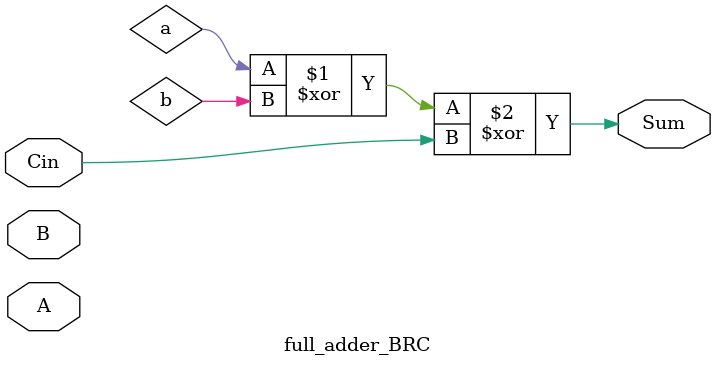
<source format=sv>
module full_adder_BRC (
    input  logic A,  
    input  logic B,  
    input  logic Cin, 
    output logic Sum 
 //   output logic Cout 
);
//Nếu dùng Cout thì phải bỏ các dấu // Cout
    // Sum and Carry output
    assign Sum = a ^ b ^ Cin;
//    assign Cout = (A & B) | (A & Cin) | (B & Cin);

endmodule

</source>
